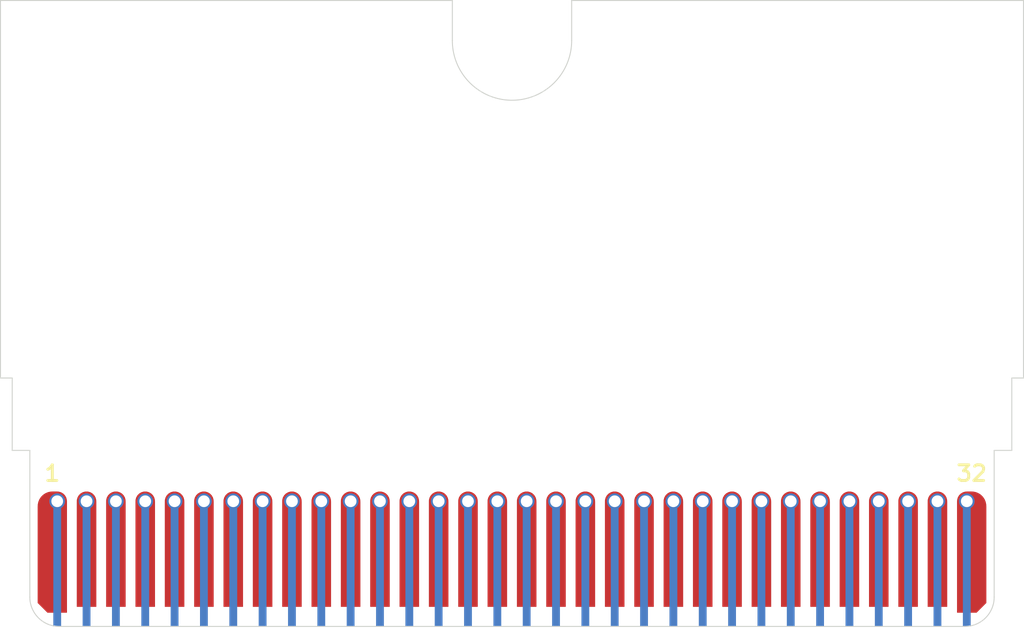
<source format=kicad_pcb>
(kicad_pcb (version 20211014) (generator pcbnew)
  (layers (0 "F.Cu" signal) (31 "B.Cu" signal) (34 "B.Paste" user) (35 "F.Paste" user) (36 "B.SilkS" user "B.Silkscreen") (37 "F.SilkS" user "F.Silkscreen") (38 "B.Mask" user) (39 "F.Mask" user) (44 "Edge.Cuts" user))
  (net 0 "")
  (net 1 "Net-(J1-Pad1)")
  (net 2 "Net-(J1-Pad32)")
  (net 3 "Net-(J1-Pad2)")
  (net 4 "Net-(J1-Pad3)")
  (net 5 "Net-(J1-Pad4)")
  (net 6 "Net-(J1-Pad5)")
  (net 7 "Net-(J1-Pad6)")
  (net 8 "Net-(J1-Pad12)")
  (net 9 "Net-(J1-Pad11)")
  (net 10 "Net-(J1-Pad10)")
  (net 11 "Net-(J1-Pad9)")
  (net 12 "Net-(J1-Pad8)")
  (net 13 "Net-(J1-Pad7)")
  (net 14 "Net-(J1-Pad19)")
  (net 15 "Net-(J1-Pad20)")
  (net 16 "Net-(J1-Pad21)")
  (net 17 "Net-(J1-Pad22)")
  (net 18 "Net-(J1-Pad23)")
  (net 19 "Net-(J1-Pad24)")
  (net 20 "Net-(J1-Pad18)")
  (net 21 "Net-(J1-Pad17)")
  (net 22 "Net-(J1-Pad16)")
  (net 23 "Net-(J1-Pad15)")
  (net 24 "Net-(J1-Pad14)")
  (net 25 "Net-(J1-Pad13)")
  (net 26 "Net-(J1-Pad31)")
  (net 27 "Net-(J1-Pad30)")
  (net 28 "Net-(J1-Pad29)")
  (net 29 "Net-(J1-Pad28)")
  (net 30 "Net-(J1-Pad27)")
  (net 31 "Net-(J1-Pad25)")
  (net 32 "Net-(J1-Pad26)")
  (footprint "Connector_GameBoy:GameBoy_GamePak_AGB-002_P1.50mm_Edge" (layer "F.Cu") (at 149.65 117)
    (fp_text reference "J1" hide)
    (fp_text value "GameBoy_GamePak_AGB-002" hide)
    (fp_text user "32" (at 23.5 -7.825) (layer "F.SilkS") (effects (font (size 0.8 0.8))))
    (fp_text user "1" (at -23.5 -7.825) (layer "F.SilkS") (effects (font (size 0.8 0.8))))
    (fp_poly (pts (xy 11.45 0) (xy 11.05 0) (xy 11.05 -6.1) (xy 11.45 -6.1)) (layer "B.Cu") (width 0) (fill solid))
    (fp_poly (pts (xy -0.55 0) (xy -0.95 0) (xy -0.95 -6.1) (xy -0.55 -6.1)) (layer "B.Cu") (width 0) (fill solid))
    (fp_poly (pts (xy 6.95 0) (xy 6.55 0) (xy 6.55 -6.1) (xy 6.95 -6.1)) (layer "B.Cu") (width 0) (fill solid))
    (fp_poly (pts (xy -14.05 0) (xy -14.45 0) (xy -14.45 -6.1) (xy -14.05 -6.1)) (layer "B.Cu") (width 0) (fill solid))
    (fp_poly (pts (xy 2.45 0) (xy 2.05 0) (xy 2.05 -6.1) (xy 2.45 -6.1)) (layer "B.Cu") (width 0) (fill solid))
    (fp_poly (pts (xy -6.55 0) (xy -6.95 0) (xy -6.95 -6.1) (xy -6.55 -6.1)) (layer "B.Cu") (width 0) (fill solid))
    (fp_poly (pts (xy -11.05 0) (xy -11.45 0) (xy -11.45 -6.1) (xy -11.05 -6.1)) (layer "B.Cu") (width 0) (fill solid))
    (fp_poly (pts (xy -8.05 0) (xy -8.45 0) (xy -8.45 -6.1) (xy -8.05 -6.1)) (layer "B.Cu") (width 0) (fill solid))
    (fp_poly (pts (xy -18.55 0) (xy -18.95 0) (xy -18.95 -6.1) (xy -18.55 -6.1)) (layer "B.Cu") (width 0) (fill solid))
    (fp_poly (pts (xy 15.95 0) (xy 15.55 0) (xy 15.55 -6.1) (xy 15.95 -6.1)) (layer "B.Cu") (width 0) (fill solid))
    (fp_poly (pts (xy 18.95 0) (xy 18.55 0) (xy 18.55 -6.1) (xy 18.95 -6.1)) (layer "B.Cu") (width 0) (fill solid))
    (fp_poly (pts (xy -9.55 0) (xy -9.95 0) (xy -9.95 -6.1) (xy -9.55 -6.1)) (layer "B.Cu") (width 0) (fill solid))
    (fp_poly (pts (xy 12.95 0) (xy 12.55 0) (xy 12.55 -6.1) (xy 12.95 -6.1)) (layer "B.Cu") (width 0) (fill solid))
    (fp_poly (pts (xy 3.95 0) (xy 3.55 0) (xy 3.55 -6.1) (xy 3.95 -6.1)) (layer "B.Cu") (width 0) (fill solid))
    (fp_poly (pts (xy -2.05 0) (xy -2.45 0) (xy -2.45 -6.1) (xy -2.05 -6.1)) (layer "B.Cu") (width 0) (fill solid))
    (fp_poly (pts (xy -21.55 0) (xy -21.95 0) (xy -21.95 -6.1) (xy -21.55 -6.1)) (layer "B.Cu") (width 0) (fill solid))
    (fp_poly (pts (xy 21.95 0) (xy 21.55 0) (xy 21.55 -6.1) (xy 21.95 -6.1)) (layer "B.Cu") (width 0) (fill solid))
    (fp_poly (pts (xy -20.05 0) (xy -20.45 0) (xy -20.45 -6.1) (xy -20.05 -6.1)) (layer "B.Cu") (width 0) (fill solid))
    (fp_poly (pts (xy 20.45 0) (xy 20.05 0) (xy 20.05 -6.1) (xy 20.45 -6.1)) (layer "B.Cu") (width 0) (fill solid))
    (fp_poly (pts (xy -12.55 0) (xy -12.95 0) (xy -12.95 -6.1) (xy -12.55 -6.1)) (layer "B.Cu") (width 0) (fill solid))
    (fp_poly (pts (xy -15.55 0) (xy -15.95 0) (xy -15.95 -6.1) (xy -15.55 -6.1)) (layer "B.Cu") (width 0) (fill solid))
    (fp_poly (pts (xy -17.05 0) (xy -17.45 0) (xy -17.45 -6.1) (xy -17.05 -6.1)) (layer "B.Cu") (width 0) (fill solid))
    (fp_poly (pts (xy 14.45 0) (xy 14.05 0) (xy 14.05 -6.1) (xy 14.45 -6.1)) (layer "B.Cu") (width 0) (fill solid))
    (fp_poly (pts (xy 5.45 0) (xy 5.05 0) (xy 5.05 -6.1) (xy 5.45 -6.1)) (layer "B.Cu") (width 0) (fill solid))
    (fp_poly (pts (xy -3.55 0) (xy -3.95 0) (xy -3.95 -6.1) (xy -3.55 -6.1)) (layer "B.Cu") (width 0) (fill solid))
    (fp_poly (pts (xy 17.45 0) (xy 17.05 0) (xy 17.05 -6.1) (xy 17.45 -6.1)) (layer "B.Cu") (width 0) (fill solid))
    (fp_poly (pts (xy 23.45 0) (xy 23.05 0) (xy 23.05 -6.1) (xy 23.45 -6.1)) (layer "B.Cu") (width 0) (fill solid))
    (fp_poly (pts (xy 9.95 0) (xy 9.55 0) (xy 9.55 -6.1) (xy 9.95 -6.1)) (layer "B.Cu") (width 0) (fill solid))
    (fp_poly (pts (xy 8.45 0) (xy 8.05 0) (xy 8.05 -6.1) (xy 8.45 -6.1)) (layer "B.Cu") (width 0) (fill solid))
    (fp_poly (pts (xy 0.95 0) (xy 0.55 0) (xy 0.55 -6.1) (xy 0.95 -6.1)) (layer "B.Cu") (width 0) (fill solid))
    (fp_poly (pts (xy -23.05 0) (xy -23.45 0) (xy -23.45 -6.1) (xy -23.05 -6.1)) (layer "B.Cu") (width 0) (fill solid))
    (fp_poly (pts (xy -5.05 0) (xy -5.45 0) (xy -5.45 -6.1) (xy -5.05 -6.1)) (layer "B.Cu") (width 0) (fill solid))
    (pad "1" connect custom locked (at -23.25 -6.4) (size 0.8 0.8) (layers "F.Cu") (net 1 "Net-(J1-Pad1)") (options (clearance outline) (anchor circle)) (primitives (gr_line (start -0.25 -0.45) (end 0 -0.45) (width 0.1)) (gr_circle (center 0 0) (end 0.25 0) (width 0.5)) (gr_poly (pts (xy -1 5.2) (xy -1 0.25) (xy 0.5 0.25) (xy 0.5 5.7) (xy -0.5 5.7)) (width 0) (fill yes)) (gr_circle (center -0.25 0.25) (end 0.125 0.25) (width 0.75)) (gr_line (start 0.45 0) (end 0.45 0.25) (width 0.1))))
    (pad "1" thru_hole circle locked (at -23.25 -6.4) (size 0.8 0.8) (drill 0.6) (layers *.Cu *.Mask) (net 1 "Net-(J1-Pad1)"))
    (pad "2" connect custom locked (at -21.75 -6.4) (size 0.8 0.8) (layers "F.Cu") (net 3 "Net-(J1-Pad2)") (options (clearance outline) (anchor circle)) (primitives (gr_poly (pts (xy -0.5 5.4) (xy 0.5 5.4) (xy 0.5 0) (xy -0.5 0)) (width 0) (fill yes)) (gr_circle (center -0.001247 0) (end 0.25 0) (width 0.5))))
    (pad "2" thru_hole circle locked (at -21.75 -6.4) (size 0.8 0.8) (drill 0.6) (layers *.Cu *.Mask) (net 3 "Net-(J1-Pad2)"))
    (pad "3" thru_hole circle locked (at -20.25 -6.4) (size 0.8 0.8) (drill 0.6) (layers *.Cu *.Mask) (net 4 "Net-(J1-Pad3)"))
    (pad "3" connect custom locked (at -20.25 -6.4) (size 0.8 0.8) (layers "F.Cu") (net 4 "Net-(J1-Pad3)") (options (clearance outline) (anchor circle)) (primitives (gr_poly (pts (xy -0.5 5.4) (xy 0.5 5.4) (xy 0.5 0) (xy -0.5 0)) (width 0) (fill yes)) (gr_circle (center -0.001247 0) (end 0.25 0) (width 0.5))))
    (pad "4" thru_hole circle locked (at -18.75 -6.4) (size 0.8 0.8) (drill 0.6) (layers *.Cu *.Mask) (net 5 "Net-(J1-Pad4)"))
    (pad "4" connect custom locked (at -18.75 -6.4) (size 0.8 0.8) (layers "F.Cu") (net 5 "Net-(J1-Pad4)") (options (clearance outline) (anchor circle)) (primitives (gr_poly (pts (xy -0.5 5.4) (xy 0.5 5.4) (xy 0.5 0) (xy -0.5 0)) (width 0) (fill yes)) (gr_circle (center -0.001247 0) (end 0.25 0) (width 0.5))))
    (pad "5" connect custom locked (at -17.25 -6.4) (size 0.8 0.8) (layers "F.Cu") (net 6 "Net-(J1-Pad5)") (options (clearance outline) (anchor circle)) (primitives (gr_poly (pts (xy -0.5 5.4) (xy 0.5 5.4) (xy 0.5 0) (xy -0.5 0)) (width 0) (fill yes)) (gr_circle (center -0.001247 0) (end 0.25 0) (width 0.5))))
    (pad "5" thru_hole circle locked (at -17.25 -6.4) (size 0.8 0.8) (drill 0.6) (layers *.Cu *.Mask) (net 6 "Net-(J1-Pad5)"))
    (pad "6" connect custom locked (at -15.75 -6.4) (size 0.8 0.8) (layers "F.Cu") (net 7 "Net-(J1-Pad6)") (options (clearance outline) (anchor circle)) (primitives (gr_poly (pts (xy -0.5 5.4) (xy 0.5 5.4) (xy 0.5 0) (xy -0.5 0)) (width 0) (fill yes)) (gr_circle (center -0.001247 0) (end 0.25 0) (width 0.5))))
    (pad "6" thru_hole circle locked (at -15.75 -6.4) (size 0.8 0.8) (drill 0.6) (layers *.Cu *.Mask) (net 7 "Net-(J1-Pad6)"))
    (pad "7" connect custom locked (at -14.25 -6.4) (size 0.8 0.8) (layers "F.Cu") (net 13 "Net-(J1-Pad7)") (options (clearance outline) (anchor circle)) (primitives (gr_poly (pts (xy -0.5 5.4) (xy 0.5 5.4) (xy 0.5 0) (xy -0.5 0)) (width 0) (fill yes)) (gr_circle (center -0.001247 0) (end 0.25 0) (width 0.5))))
    (pad "7" thru_hole circle locked (at -14.25 -6.4) (size 0.8 0.8) (drill 0.6) (layers *.Cu *.Mask) (net 13 "Net-(J1-Pad7)"))
    (pad "8" connect custom locked (at -12.75 -6.4) (size 0.8 0.8) (layers "F.Cu") (net 12 "Net-(J1-Pad8)") (options (clearance outline) (anchor circle)) (primitives (gr_poly (pts (xy -0.5 5.4) (xy 0.5 5.4) (xy 0.5 0) (xy -0.5 0)) (width 0) (fill yes)) (gr_circle (center -0.001247 0) (end 0.25 0) (width 0.5))))
    (pad "8" thru_hole circle locked (at -12.75 -6.4) (size 0.8 0.8) (drill 0.6) (layers *.Cu *.Mask) (net 12 "Net-(J1-Pad8)"))
    (pad "9" thru_hole circle locked (at -11.25 -6.4) (size 0.8 0.8) (drill 0.6) (layers *.Cu *.Mask) (net 11 "Net-(J1-Pad9)"))
    (pad "9" connect custom locked (at -11.25 -6.4) (size 0.8 0.8) (layers "F.Cu") (net 11 "Net-(J1-Pad9)") (options (clearance outline) (anchor circle)) (primitives (gr_poly (pts (xy -0.5 5.4) (xy 0.5 5.4) (xy 0.5 0) (xy -0.5 0)) (width 0) (fill yes)) (gr_circle (center -0.001247 0) (end 0.25 0) (width 0.5))))
    (pad "10" connect custom locked (at -9.75 -6.4) (size 0.8 0.8) (layers "F.Cu") (net 10 "Net-(J1-Pad10)") (options (clearance outline) (anchor circle)) (primitives (gr_poly (pts (xy -0.5 5.4) (xy 0.5 5.4) (xy 0.5 0) (xy -0.5 0)) (width 0) (fill yes)) (gr_circle (center -0.001247 0) (end 0.25 0) (width 0.5))))
    (pad "10" thru_hole circle locked (at -9.75 -6.4) (size 0.8 0.8) (drill 0.6) (layers *.Cu *.Mask) (net 10 "Net-(J1-Pad10)"))
    (pad "11" connect custom locked (at -8.25 -6.4) (size 0.8 0.8) (layers "F.Cu") (net 9 "Net-(J1-Pad11)") (options (clearance outline) (anchor circle)) (primitives (gr_poly (pts (xy -0.5 5.4) (xy 0.5 5.4) (xy 0.5 0) (xy -0.5 0)) (width 0) (fill yes)) (gr_circle (center -0.001247 0) (end 0.25 0) (width 0.5))))
    (pad "11" thru_hole circle locked (at -8.25 -6.4) (size 0.8 0.8) (drill 0.6) (layers *.Cu *.Mask) (net 9 "Net-(J1-Pad11)"))
    (pad "12" thru_hole circle locked (at -6.75 -6.4) (size 0.8 0.8) (drill 0.6) (layers *.Cu *.Mask) (net 8 "Net-(J1-Pad12)"))
    (pad "12" connect custom locked (at -6.75 -6.4) (size 0.8 0.8) (layers "F.Cu") (net 8 "Net-(J1-Pad12)") (options (clearance outline) (anchor circle)) (primitives (gr_poly (pts (xy -0.5 5.4) (xy 0.5 5.4) (xy 0.5 0) (xy -0.5 0)) (width 0) (fill yes)) (gr_circle (center -0.001247 0) (end 0.25 0) (width 0.5))))
    (pad "13" thru_hole circle locked (at -5.25 -6.4) (size 0.8 0.8) (drill 0.6) (layers *.Cu *.Mask) (net 25 "Net-(J1-Pad13)"))
    (pad "13" connect custom locked (at -5.25 -6.4) (size 0.8 0.8) (layers "F.Cu") (net 25 "Net-(J1-Pad13)") (options (clearance outline) (anchor circle)) (primitives (gr_poly (pts (xy -0.5 5.4) (xy 0.5 5.4) (xy 0.5 0) (xy -0.5 0)) (width 0) (fill yes)) (gr_circle (center -0.001247 0) (end 0.25 0) (width 0.5))))
    (pad "14" connect custom locked (at -3.75 -6.4) (size 0.8 0.8) (layers "F.Cu") (net 24 "Net-(J1-Pad14)") (options (clearance outline) (anchor circle)) (primitives (gr_poly (pts (xy -0.5 5.4) (xy 0.5 5.4) (xy 0.5 0) (xy -0.5 0)) (width 0) (fill yes)) (gr_circle (center -0.001247 0) (end 0.25 0) (width 0.5))))
    (pad "14" thru_hole circle locked (at -3.75 -6.4) (size 0.8 0.8) (drill 0.6) (layers *.Cu *.Mask) (net 24 "Net-(J1-Pad14)"))
    (pad "15" thru_hole circle locked (at -2.25 -6.4) (size 0.8 0.8) (drill 0.6) (layers *.Cu *.Mask) (net 23 "Net-(J1-Pad15)"))
    (pad "15" connect custom locked (at -2.25 -6.4) (size 0.8 0.8) (layers "F.Cu") (net 23 "Net-(J1-Pad15)") (options (clearance outline) (anchor circle)) (primitives (gr_poly (pts (xy -0.5 5.4) (xy 0.5 5.4) (xy 0.5 0) (xy -0.5 0)) (width 0) (fill yes)) (gr_circle (center -0.001247 0) (end 0.25 0) (width 0.5))))
    (pad "16" thru_hole circle locked (at -0.75 -6.4) (size 0.8 0.8) (drill 0.6) (layers *.Cu *.Mask) (net 22 "Net-(J1-Pad16)"))
    (pad "16" connect custom locked (at -0.75 -6.4) (size 0.8 0.8) (layers "F.Cu") (net 22 "Net-(J1-Pad16)") (options (clearance outline) (anchor circle)) (primitives (gr_poly (pts (xy -0.5 5.4) (xy 0.5 5.4) (xy 0.5 0) (xy -0.5 0)) (width 0) (fill yes)) (gr_circle (center -0.001247 0) (end 0.25 0) (width 0.5))))
    (pad "17" connect custom locked (at 0.75 -6.4) (size 0.8 0.8) (layers "F.Cu") (net 21 "Net-(J1-Pad17)") (options (clearance outline) (anchor circle)) (primitives (gr_poly (pts (xy -0.5 5.4) (xy 0.5 5.4) (xy 0.5 0) (xy -0.5 0)) (width 0) (fill yes)) (gr_circle (center -0.001247 0) (end 0.25 0) (width 0.5))))
    (pad "17" thru_hole circle locked (at 0.75 -6.4) (size 0.8 0.8) (drill 0.6) (layers *.Cu *.Mask) (net 21 "Net-(J1-Pad17)"))
    (pad "18" connect custom locked (at 2.25 -6.4) (size 0.8 0.8) (layers "F.Cu") (net 20 "Net-(J1-Pad18)") (options (clearance outline) (anchor circle)) (primitives (gr_poly (pts (xy -0.5 5.4) (xy 0.5 5.4) (xy 0.5 0) (xy -0.5 0)) (width 0) (fill yes)) (gr_circle (center -0.001247 0) (end 0.25 0) (width 0.5))))
    (pad "18" thru_hole circle locked (at 2.25 -6.4) (size 0.8 0.8) (drill 0.6) (layers *.Cu *.Mask) (net 20 "Net-(J1-Pad18)"))
    (pad "19" thru_hole circle locked (at 3.75 -6.4) (size 0.8 0.8) (drill 0.6) (layers *.Cu *.Mask) (net 14 "Net-(J1-Pad19)"))
    (pad "19" connect custom locked (at 3.75 -6.4) (size 0.8 0.8) (layers "F.Cu") (net 14 "Net-(J1-Pad19)") (options (clearance outline) (anchor circle)) (primitives (gr_poly (pts (xy -0.5 5.4) (xy 0.5 5.4) (xy 0.5 0) (xy -0.5 0)) (width 0) (fill yes)) (gr_circle (center -0.001247 0) (end 0.25 0) (width 0.5))))
    (pad "20" thru_hole circle locked (at 5.25 -6.4) (size 0.8 0.8) (drill 0.6) (layers *.Cu *.Mask) (net 15 "Net-(J1-Pad20)"))
    (pad "20" connect custom locked (at 5.25 -6.4) (size 0.8 0.8) (layers "F.Cu") (net 15 "Net-(J1-Pad20)") (options (clearance outline) (anchor circle)) (primitives (gr_poly (pts (xy -0.5 5.4) (xy 0.5 5.4) (xy 0.5 0) (xy -0.5 0)) (width 0) (fill yes)) (gr_circle (center -0.001247 0) (end 0.25 0) (width 0.5))))
    (pad "21" thru_hole circle locked (at 6.75 -6.4) (size 0.8 0.8) (drill 0.6) (layers *.Cu *.Mask) (net 16 "Net-(J1-Pad21)"))
    (pad "21" connect custom locked (at 6.75 -6.4) (size 0.8 0.8) (layers "F.Cu") (net 16 "Net-(J1-Pad21)") (options (clearance outline) (anchor circle)) (primitives (gr_poly (pts (xy -0.5 5.4) (xy 0.5 5.4) (xy 0.5 0) (xy -0.5 0)) (width 0) (fill yes)) (gr_circle (center -0.001247 0) (end 0.25 0) (width 0.5))))
    (pad "22" connect custom locked (at 8.25 -6.4) (size 0.8 0.8) (layers "F.Cu") (net 17 "Net-(J1-Pad22)") (options (clearance outline) (anchor circle)) (primitives (gr_poly (pts (xy -0.5 5.4) (xy 0.5 5.4) (xy 0.5 0) (xy -0.5 0)) (width 0) (fill yes)) (gr_circle (center -0.001247 0) (end 0.25 0) (width 0.5))))
    (pad "22" thru_hole circle locked (at 8.25 -6.4) (size 0.8 0.8) (drill 0.6) (layers *.Cu *.Mask) (net 17 "Net-(J1-Pad22)"))
    (pad "23" connect custom locked (at 9.75 -6.4) (size 0.8 0.8) (layers "F.Cu") (net 18 "Net-(J1-Pad23)") (options (clearance outline) (anchor circle)) (primitives (gr_poly (pts (xy -0.5 5.4) (xy 0.5 5.4) (xy 0.5 0) (xy -0.5 0)) (width 0) (fill yes)) (gr_circle (center -0.001247 0) (end 0.25 0) (width 0.5))))
    (pad "23" thru_hole circle locked (at 9.75 -6.4) (size 0.8 0.8) (drill 0.6) (layers *.Cu *.Mask) (net 18 "Net-(J1-Pad23)"))
    (pad "24" thru_hole circle locked (at 11.25 -6.4) (size 0.8 0.8) (drill 0.6) (layers *.Cu *.Mask) (net 19 "Net-(J1-Pad24)"))
    (pad "24" connect custom locked (at 11.25 -6.4) (size 0.8 0.8) (layers "F.Cu") (net 19 "Net-(J1-Pad24)") (options (clearance outline) (anchor circle)) (primitives (gr_poly (pts (xy -0.5 5.4) (xy 0.5 5.4) (xy 0.5 0) (xy -0.5 0)) (width 0) (fill yes)) (gr_circle (center -0.001247 0) (end 0.25 0) (width 0.5))))
    (pad "25" connect custom locked (at 12.75 -6.4) (size 0.8 0.8) (layers "F.Cu") (net 31 "Net-(J1-Pad25)") (options (clearance outline) (anchor circle)) (primitives (gr_poly (pts (xy -0.5 5.4) (xy 0.5 5.4) (xy 0.5 0) (xy -0.5 0)) (width 0) (fill yes)) (gr_circle (center -0.001247 0) (end 0.25 0) (width 0.5))))
    (pad "25" thru_hole circle locked (at 12.75 -6.4) (size 0.8 0.8) (drill 0.6) (layers *.Cu *.Mask) (net 31 "Net-(J1-Pad25)"))
    (pad "26" thru_hole circle locked (at 14.25 -6.4) (size 0.8 0.8) (drill 0.6) (layers *.Cu *.Mask) (net 32 "Net-(J1-Pad26)"))
    (pad "26" connect custom locked (at 14.25 -6.4) (size 0.8 0.8) (layers "F.Cu") (net 32 "Net-(J1-Pad26)") (options (clearance outline) (anchor circle)) (primitives (gr_poly (pts (xy -0.5 5.4) (xy 0.5 5.4) (xy 0.5 0) (xy -0.5 0)) (width 0) (fill yes)) (gr_circle (center -0.001247 0) (end 0.25 0) (width 0.5))))
    (pad "27" connect custom locked (at 15.75 -6.4) (size 0.8 0.8) (layers "F.Cu") (net 30 "Net-(J1-Pad27)") (options (clearance outline) (anchor circle)) (primitives (gr_poly (pts (xy -0.5 5.4) (xy 0.5 5.4) (xy 0.5 0) (xy -0.5 0)) (width 0) (fill yes)) (gr_circle (center -0.001247 0) (end 0.25 0) (width 0.5))))
    (pad "27" thru_hole circle locked (at 15.75 -6.4) (size 0.8 0.8) (drill 0.6) (layers *.Cu *.Mask) (net 30 "Net-(J1-Pad27)"))
    (pad "28" connect custom locked (at 17.25 -6.4) (size 0.8 0.8) (layers "F.Cu") (net 29 "Net-(J1-Pad28)") (options (clearance outline) (anchor circle)) (primitives (gr_poly (pts (xy -0.5 5.4) (xy 0.5 5.4) (xy 0.5 0) (xy -0.5 0)) (width 0) (fill yes)) (gr_circle (center -0.001247 0) (end 0.25 0) (width 0.5))))
    (pad "28" thru_hole circle locked (at 17.25 -6.4) (size 0.8 0.8) (drill 0.6) (layers *.Cu *.Mask) (net 29 "Net-(J1-Pad28)"))
    (pad "29" thru_hole circle locked (at 18.75 -6.4) (size 0.8 0.8) (drill 0.6) (layers *.Cu *.Mask) (net 28 "Net-(J1-Pad29)"))
    (pad "29" connect custom locked (at 18.75 -6.4) (size 0.8 0.8) (layers "F.Cu") (net 28 "Net-(J1-Pad29)") (options (clearance outline) (anchor circle)) (primitives (gr_poly (pts (xy -0.5 5.4) (xy 0.5 5.4) (xy 0.5 0) (xy -0.5 0)) (width 0) (fill yes)) (gr_circle (center -0.001247 0) (end 0.25 0) (width 0.5))))
    (pad "30" connect custom locked (at 20.25 -6.4) (size 0.8 0.8) (layers "F.Cu") (net 27 "Net-(J1-Pad30)") (options (clearance outline) (anchor circle)) (primitives (gr_poly (pts (xy -0.5 5.4) (xy 0.5 5.4) (xy 0.5 0) (xy -0.5 0)) (width 0) (fill yes)) (gr_circle (center -0.001247 0) (end 0.25 0) (width 0.5))))
    (pad "30" thru_hole circle locked (at 20.25 -6.4) (size 0.8 0.8) (drill 0.6) (layers *.Cu *.Mask) (net 27 "Net-(J1-Pad30)"))
    (pad "31" thru_hole circle locked (at 21.75 -6.4) (size 0.8 0.8) (drill 0.6) (layers *.Cu *.Mask) (net 26 "Net-(J1-Pad31)"))
    (pad "31" connect custom locked (at 21.75 -6.4) (size 0.8 0.8) (layers "F.Cu") (net 26 "Net-(J1-Pad31)") (options (clearance outline) (anchor circle)) (primitives (gr_poly (pts (xy -0.5 5.4) (xy 0.5 5.4) (xy 0.5 0) (xy -0.5 0)) (width 0) (fill yes)) (gr_circle (center -0.001247 0) (end 0.25 0) (width 0.5))))
    (pad "32" thru_hole circle locked (at 23.25 -6.4) (size 0.8 0.8) (drill 0.6) (layers *.Cu *.Mask) (net 2 "Net-(J1-Pad32)"))
    (pad "32" connect custom locked (at 23.25 -6.4) (size 0.8 0.8) (layers "F.Cu") (net 2 "Net-(J1-Pad32)") (options (clearance outline) (anchor circle)) (primitives (gr_line (start 0 -0.45) (end 0.25 -0.45) (width 0.1)) (gr_poly (pts (xy -0.5 5.7) (xy -0.5 0.25) (xy 1 0.25) (xy 1 5.2) (xy 0.5 5.7)) (width 0) (fill yes)) (gr_circle (center 0.25 0.25) (end 0.625 0.25) (width 0.75)) (gr_circle (center 0 0) (end 0.25 0) (width 0.5)) (gr_line (start -0.45 0) (end -0.45 0.25) (width 0.1))))
  )
  (gr_line (start 172.8 117) (end 126.5 117) (layer "Edge.Cuts") (width 0.05))
  (gr_line (start 174.3 115.5) (end 174.3 108) (layer "Edge.Cuts") (width 0.05))
  (gr_line (start 125 108) (end 124.1 108) (layer "Edge.Cuts") (width 0.05))
  (gr_line (start 125 115.5) (end 125 108) (layer "Edge.Cuts") (width 0.05))
  (gr_line (start 123.5 104.3) (end 123.5 85) (layer "Edge.Cuts") (width 0.05))
  (gr_line (start 175.8 104.3) (end 175.8 85) (layer "Edge.Cuts") (width 0.05))
  (gr_line (start 175.2 108) (end 174.3 108) (layer "Edge.Cuts") (width 0.05))
  (gr_line (start 175.2 104.3) (end 175.8 104.3) (layer "Edge.Cuts") (width 0.05))
  (gr_line (start 175.2 104.3) (end 175.2 108) (layer "Edge.Cuts") (width 0.05))
  (gr_arc (start 152.7 87.05) (mid 149.65 90.1) (end 146.6 87.05) (layer "Edge.Cuts") (width 0.05))
  (gr_line (start 175.8 85) (end 152.7 85) (layer "Edge.Cuts") (width 0.05))
  (gr_line (start 152.7 85) (end 152.7 87.05) (layer "Edge.Cuts") (width 0.05))
  (gr_line (start 146.6 85) (end 146.6 87.05) (layer "Edge.Cuts") (width 0.05))
  (gr_line (start 123.5 85) (end 146.6 85) (layer "Edge.Cuts") (width 0.05))
  (gr_arc (start 174.3 115.5) (mid 173.86066 116.56066) (end 172.8 117) (layer "Edge.Cuts") (width 0.05))
  (gr_arc (start 126.5 117) (mid 125.43934 116.56066) (end 125 115.5) (layer "Edge.Cuts") (width 0.05))
  (gr_line (start 124.1 104.3) (end 124.1 108) (layer "Edge.Cuts") (width 0.05))
  (gr_line (start 123.5 104.3) (end 124.1 104.3) (layer "Edge.Cuts") (width 0.05))
)
</source>
